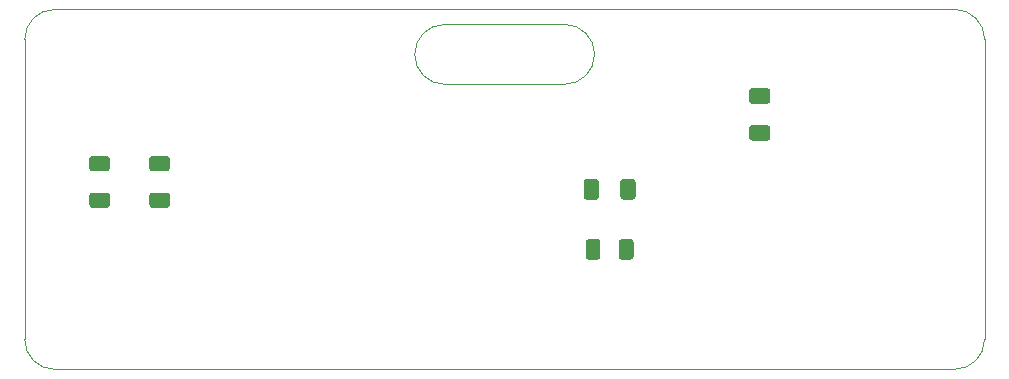
<source format=gbr>
%TF.GenerationSoftware,KiCad,Pcbnew,5.1.8+dfsg1-1+b1*%
%TF.CreationDate,2021-04-24T17:27:20-05:00*%
%TF.ProjectId,driver,64726976-6572-42e6-9b69-6361645f7063,B*%
%TF.SameCoordinates,Original*%
%TF.FileFunction,Paste,Top*%
%TF.FilePolarity,Positive*%
%FSLAX46Y46*%
G04 Gerber Fmt 4.6, Leading zero omitted, Abs format (unit mm)*
G04 Created by KiCad (PCBNEW 5.1.8+dfsg1-1+b1) date 2021-04-24 17:27:20*
%MOMM*%
%LPD*%
G01*
G04 APERTURE LIST*
%TA.AperFunction,Profile*%
%ADD10C,0.100000*%
%TD*%
G04 APERTURE END LIST*
D10*
X121920000Y-85090000D02*
G75*
G02*
X119380000Y-82550000I0J2540000D01*
G01*
X165100000Y-78740000D02*
X88900000Y-78740000D01*
X119380000Y-82550000D02*
G75*
G02*
X121920000Y-80010000I2540000J0D01*
G01*
X132080000Y-80010000D02*
G75*
G02*
X134620000Y-82550000I0J-2540000D01*
G01*
X134620000Y-82550000D02*
G75*
G02*
X132080000Y-85090000I-2540000J0D01*
G01*
X132080000Y-80010000D02*
X121920000Y-80010000D01*
X132080000Y-85090000D02*
X121920000Y-85090000D01*
X165100000Y-109220000D02*
X88900000Y-109220000D01*
X86360000Y-81280000D02*
X86360000Y-106680000D01*
X167640000Y-106680000D02*
X167640000Y-81280000D01*
X86360000Y-81280000D02*
G75*
G02*
X88900000Y-78740000I2540000J0D01*
G01*
X88900000Y-109220000D02*
G75*
G02*
X86360000Y-106680000I0J2540000D01*
G01*
X167640000Y-106680000D02*
G75*
G02*
X165100000Y-109220000I-2540000J0D01*
G01*
X165100000Y-78740000D02*
G75*
G02*
X167640000Y-81280000I0J-2540000D01*
G01*
%TO.C,R2*%
G36*
G01*
X92084999Y-94245000D02*
X93335001Y-94245000D01*
G75*
G02*
X93585000Y-94494999I0J-249999D01*
G01*
X93585000Y-95295001D01*
G75*
G02*
X93335001Y-95545000I-249999J0D01*
G01*
X92084999Y-95545000D01*
G75*
G02*
X91835000Y-95295001I0J249999D01*
G01*
X91835000Y-94494999D01*
G75*
G02*
X92084999Y-94245000I249999J0D01*
G01*
G37*
G36*
G01*
X92084999Y-91145000D02*
X93335001Y-91145000D01*
G75*
G02*
X93585000Y-91394999I0J-249999D01*
G01*
X93585000Y-92195001D01*
G75*
G02*
X93335001Y-92445000I-249999J0D01*
G01*
X92084999Y-92445000D01*
G75*
G02*
X91835000Y-92195001I0J249999D01*
G01*
X91835000Y-91394999D01*
G75*
G02*
X92084999Y-91145000I249999J0D01*
G01*
G37*
%TD*%
%TO.C,R1*%
G36*
G01*
X98415001Y-92445000D02*
X97164999Y-92445000D01*
G75*
G02*
X96915000Y-92195001I0J249999D01*
G01*
X96915000Y-91394999D01*
G75*
G02*
X97164999Y-91145000I249999J0D01*
G01*
X98415001Y-91145000D01*
G75*
G02*
X98665000Y-91394999I0J-249999D01*
G01*
X98665000Y-92195001D01*
G75*
G02*
X98415001Y-92445000I-249999J0D01*
G01*
G37*
G36*
G01*
X98415001Y-95545000D02*
X97164999Y-95545000D01*
G75*
G02*
X96915000Y-95295001I0J249999D01*
G01*
X96915000Y-94494999D01*
G75*
G02*
X97164999Y-94245000I249999J0D01*
G01*
X98415001Y-94245000D01*
G75*
G02*
X98665000Y-94494999I0J-249999D01*
G01*
X98665000Y-95295001D01*
G75*
G02*
X98415001Y-95545000I-249999J0D01*
G01*
G37*
%TD*%
%TO.C,C2*%
G36*
G01*
X147939997Y-85405000D02*
X149240003Y-85405000D01*
G75*
G02*
X149490000Y-85654997I0J-249997D01*
G01*
X149490000Y-86480003D01*
G75*
G02*
X149240003Y-86730000I-249997J0D01*
G01*
X147939997Y-86730000D01*
G75*
G02*
X147690000Y-86480003I0J249997D01*
G01*
X147690000Y-85654997D01*
G75*
G02*
X147939997Y-85405000I249997J0D01*
G01*
G37*
G36*
G01*
X147939997Y-88530000D02*
X149240003Y-88530000D01*
G75*
G02*
X149490000Y-88779997I0J-249997D01*
G01*
X149490000Y-89605003D01*
G75*
G02*
X149240003Y-89855000I-249997J0D01*
G01*
X147939997Y-89855000D01*
G75*
G02*
X147690000Y-89605003I0J249997D01*
G01*
X147690000Y-88779997D01*
G75*
G02*
X147939997Y-88530000I249997J0D01*
G01*
G37*
%TD*%
%TO.C,R5*%
G36*
G01*
X136790000Y-94605001D02*
X136790000Y-93354999D01*
G75*
G02*
X137039999Y-93105000I249999J0D01*
G01*
X137840001Y-93105000D01*
G75*
G02*
X138090000Y-93354999I0J-249999D01*
G01*
X138090000Y-94605001D01*
G75*
G02*
X137840001Y-94855000I-249999J0D01*
G01*
X137039999Y-94855000D01*
G75*
G02*
X136790000Y-94605001I0J249999D01*
G01*
G37*
G36*
G01*
X133690000Y-94605001D02*
X133690000Y-93354999D01*
G75*
G02*
X133939999Y-93105000I249999J0D01*
G01*
X134740001Y-93105000D01*
G75*
G02*
X134990000Y-93354999I0J-249999D01*
G01*
X134990000Y-94605001D01*
G75*
G02*
X134740001Y-94855000I-249999J0D01*
G01*
X133939999Y-94855000D01*
G75*
G02*
X133690000Y-94605001I0J249999D01*
G01*
G37*
%TD*%
%TO.C,D1*%
G36*
G01*
X136665000Y-99685000D02*
X136665000Y-98435000D01*
G75*
G02*
X136915000Y-98185000I250000J0D01*
G01*
X137665000Y-98185000D01*
G75*
G02*
X137915000Y-98435000I0J-250000D01*
G01*
X137915000Y-99685000D01*
G75*
G02*
X137665000Y-99935000I-250000J0D01*
G01*
X136915000Y-99935000D01*
G75*
G02*
X136665000Y-99685000I0J250000D01*
G01*
G37*
G36*
G01*
X133865000Y-99685000D02*
X133865000Y-98435000D01*
G75*
G02*
X134115000Y-98185000I250000J0D01*
G01*
X134865000Y-98185000D01*
G75*
G02*
X135115000Y-98435000I0J-250000D01*
G01*
X135115000Y-99685000D01*
G75*
G02*
X134865000Y-99935000I-250000J0D01*
G01*
X134115000Y-99935000D01*
G75*
G02*
X133865000Y-99685000I0J250000D01*
G01*
G37*
%TD*%
M02*

</source>
